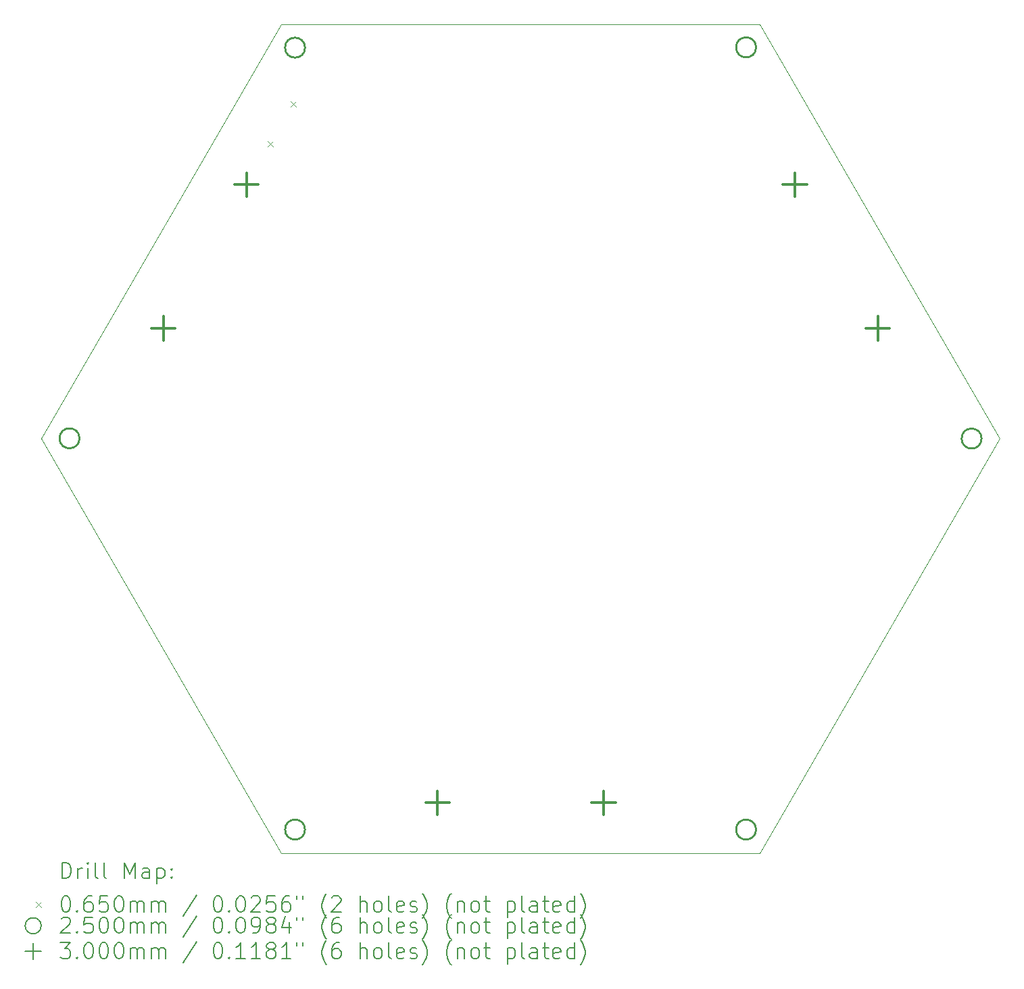
<source format=gbr>
%TF.GenerationSoftware,KiCad,Pcbnew,7.0.6*%
%TF.CreationDate,2024-05-15T12:06:38-04:00*%
%TF.ProjectId,remote_omnidirection_droid_v0.1,72656d6f-7465-45f6-9f6d-6e6964697265,rev?*%
%TF.SameCoordinates,Original*%
%TF.FileFunction,Drillmap*%
%TF.FilePolarity,Positive*%
%FSLAX45Y45*%
G04 Gerber Fmt 4.5, Leading zero omitted, Abs format (unit mm)*
G04 Created by KiCad (PCBNEW 7.0.6) date 2024-05-15 12:06:38*
%MOMM*%
%LPD*%
G01*
G04 APERTURE LIST*
%ADD10C,0.100000*%
%ADD11C,0.200000*%
%ADD12C,0.065000*%
%ADD13C,0.250000*%
%ADD14C,0.300000*%
G04 APERTURE END LIST*
D10*
X13128841Y-5748905D02*
X16128839Y-10945057D01*
X13128840Y-16141209D01*
X7128839Y-16141209D01*
X4128839Y-10945056D01*
X7128838Y-5748904D01*
X13128841Y-5748905D01*
D11*
D12*
X6960332Y-7221587D02*
X7025332Y-7286587D01*
X7025332Y-7221587D02*
X6960332Y-7286587D01*
X7249332Y-6721025D02*
X7314332Y-6786025D01*
X7314332Y-6721025D02*
X7249332Y-6786025D01*
D13*
X4603838Y-10941514D02*
G75*
G03*
X4603838Y-10941514I-125000J0D01*
G01*
X7428839Y-6045059D02*
G75*
G03*
X7428839Y-6045059I-125000J0D01*
G01*
X7428839Y-15845058D02*
G75*
G03*
X7428839Y-15845058I-125000J0D01*
G01*
X13078838Y-15845057D02*
G75*
G03*
X13078838Y-15845057I-125000J0D01*
G01*
X13078839Y-6041210D02*
G75*
G03*
X13078839Y-6041210I-125000J0D01*
G01*
X15903839Y-10943942D02*
G75*
G03*
X15903839Y-10943942I-125000J0D01*
G01*
D14*
X5654976Y-9412940D02*
X5654976Y-9712940D01*
X5504976Y-9562940D02*
X5804976Y-9562940D01*
X6694992Y-7611579D02*
X6694992Y-7911579D01*
X6544992Y-7761579D02*
X6844992Y-7761579D01*
X9088790Y-15360422D02*
X9088790Y-15660422D01*
X8938790Y-15510422D02*
X9238790Y-15510422D01*
X11168822Y-15360422D02*
X11168822Y-15660422D01*
X11018822Y-15510422D02*
X11318822Y-15510422D01*
X13563251Y-7611329D02*
X13563251Y-7911329D01*
X13413251Y-7761329D02*
X13713251Y-7761329D01*
X14603268Y-9412690D02*
X14603268Y-9712690D01*
X14453268Y-9562690D02*
X14753268Y-9562690D01*
D11*
X4384616Y-16457693D02*
X4384616Y-16257693D01*
X4384616Y-16257693D02*
X4432235Y-16257693D01*
X4432235Y-16257693D02*
X4460806Y-16267217D01*
X4460806Y-16267217D02*
X4479854Y-16286265D01*
X4479854Y-16286265D02*
X4489378Y-16305312D01*
X4489378Y-16305312D02*
X4498902Y-16343407D01*
X4498902Y-16343407D02*
X4498902Y-16371979D01*
X4498902Y-16371979D02*
X4489378Y-16410074D01*
X4489378Y-16410074D02*
X4479854Y-16429122D01*
X4479854Y-16429122D02*
X4460806Y-16448169D01*
X4460806Y-16448169D02*
X4432235Y-16457693D01*
X4432235Y-16457693D02*
X4384616Y-16457693D01*
X4584616Y-16457693D02*
X4584616Y-16324360D01*
X4584616Y-16362455D02*
X4594140Y-16343407D01*
X4594140Y-16343407D02*
X4603664Y-16333884D01*
X4603664Y-16333884D02*
X4622711Y-16324360D01*
X4622711Y-16324360D02*
X4641759Y-16324360D01*
X4708425Y-16457693D02*
X4708425Y-16324360D01*
X4708425Y-16257693D02*
X4698902Y-16267217D01*
X4698902Y-16267217D02*
X4708425Y-16276741D01*
X4708425Y-16276741D02*
X4717949Y-16267217D01*
X4717949Y-16267217D02*
X4708425Y-16257693D01*
X4708425Y-16257693D02*
X4708425Y-16276741D01*
X4832235Y-16457693D02*
X4813187Y-16448169D01*
X4813187Y-16448169D02*
X4803664Y-16429122D01*
X4803664Y-16429122D02*
X4803664Y-16257693D01*
X4936997Y-16457693D02*
X4917949Y-16448169D01*
X4917949Y-16448169D02*
X4908425Y-16429122D01*
X4908425Y-16429122D02*
X4908425Y-16257693D01*
X5165568Y-16457693D02*
X5165568Y-16257693D01*
X5165568Y-16257693D02*
X5232235Y-16400550D01*
X5232235Y-16400550D02*
X5298902Y-16257693D01*
X5298902Y-16257693D02*
X5298902Y-16457693D01*
X5479854Y-16457693D02*
X5479854Y-16352931D01*
X5479854Y-16352931D02*
X5470330Y-16333884D01*
X5470330Y-16333884D02*
X5451283Y-16324360D01*
X5451283Y-16324360D02*
X5413187Y-16324360D01*
X5413187Y-16324360D02*
X5394140Y-16333884D01*
X5479854Y-16448169D02*
X5460806Y-16457693D01*
X5460806Y-16457693D02*
X5413187Y-16457693D01*
X5413187Y-16457693D02*
X5394140Y-16448169D01*
X5394140Y-16448169D02*
X5384616Y-16429122D01*
X5384616Y-16429122D02*
X5384616Y-16410074D01*
X5384616Y-16410074D02*
X5394140Y-16391027D01*
X5394140Y-16391027D02*
X5413187Y-16381503D01*
X5413187Y-16381503D02*
X5460806Y-16381503D01*
X5460806Y-16381503D02*
X5479854Y-16371979D01*
X5575092Y-16324360D02*
X5575092Y-16524360D01*
X5575092Y-16333884D02*
X5594140Y-16324360D01*
X5594140Y-16324360D02*
X5632235Y-16324360D01*
X5632235Y-16324360D02*
X5651283Y-16333884D01*
X5651283Y-16333884D02*
X5660806Y-16343407D01*
X5660806Y-16343407D02*
X5670330Y-16362455D01*
X5670330Y-16362455D02*
X5670330Y-16419598D01*
X5670330Y-16419598D02*
X5660806Y-16438646D01*
X5660806Y-16438646D02*
X5651283Y-16448169D01*
X5651283Y-16448169D02*
X5632235Y-16457693D01*
X5632235Y-16457693D02*
X5594140Y-16457693D01*
X5594140Y-16457693D02*
X5575092Y-16448169D01*
X5756044Y-16438646D02*
X5765568Y-16448169D01*
X5765568Y-16448169D02*
X5756044Y-16457693D01*
X5756044Y-16457693D02*
X5746521Y-16448169D01*
X5746521Y-16448169D02*
X5756044Y-16438646D01*
X5756044Y-16438646D02*
X5756044Y-16457693D01*
X5756044Y-16333884D02*
X5765568Y-16343407D01*
X5765568Y-16343407D02*
X5756044Y-16352931D01*
X5756044Y-16352931D02*
X5746521Y-16343407D01*
X5746521Y-16343407D02*
X5756044Y-16333884D01*
X5756044Y-16333884D02*
X5756044Y-16352931D01*
D12*
X4058839Y-16753709D02*
X4123839Y-16818710D01*
X4123839Y-16753709D02*
X4058839Y-16818710D01*
D11*
X4422711Y-16677693D02*
X4441759Y-16677693D01*
X4441759Y-16677693D02*
X4460806Y-16687217D01*
X4460806Y-16687217D02*
X4470330Y-16696741D01*
X4470330Y-16696741D02*
X4479854Y-16715788D01*
X4479854Y-16715788D02*
X4489378Y-16753884D01*
X4489378Y-16753884D02*
X4489378Y-16801503D01*
X4489378Y-16801503D02*
X4479854Y-16839598D01*
X4479854Y-16839598D02*
X4470330Y-16858646D01*
X4470330Y-16858646D02*
X4460806Y-16868170D01*
X4460806Y-16868170D02*
X4441759Y-16877693D01*
X4441759Y-16877693D02*
X4422711Y-16877693D01*
X4422711Y-16877693D02*
X4403664Y-16868170D01*
X4403664Y-16868170D02*
X4394140Y-16858646D01*
X4394140Y-16858646D02*
X4384616Y-16839598D01*
X4384616Y-16839598D02*
X4375092Y-16801503D01*
X4375092Y-16801503D02*
X4375092Y-16753884D01*
X4375092Y-16753884D02*
X4384616Y-16715788D01*
X4384616Y-16715788D02*
X4394140Y-16696741D01*
X4394140Y-16696741D02*
X4403664Y-16687217D01*
X4403664Y-16687217D02*
X4422711Y-16677693D01*
X4575092Y-16858646D02*
X4584616Y-16868170D01*
X4584616Y-16868170D02*
X4575092Y-16877693D01*
X4575092Y-16877693D02*
X4565568Y-16868170D01*
X4565568Y-16868170D02*
X4575092Y-16858646D01*
X4575092Y-16858646D02*
X4575092Y-16877693D01*
X4756045Y-16677693D02*
X4717949Y-16677693D01*
X4717949Y-16677693D02*
X4698902Y-16687217D01*
X4698902Y-16687217D02*
X4689378Y-16696741D01*
X4689378Y-16696741D02*
X4670330Y-16725312D01*
X4670330Y-16725312D02*
X4660806Y-16763407D01*
X4660806Y-16763407D02*
X4660806Y-16839598D01*
X4660806Y-16839598D02*
X4670330Y-16858646D01*
X4670330Y-16858646D02*
X4679854Y-16868170D01*
X4679854Y-16868170D02*
X4698902Y-16877693D01*
X4698902Y-16877693D02*
X4736997Y-16877693D01*
X4736997Y-16877693D02*
X4756045Y-16868170D01*
X4756045Y-16868170D02*
X4765568Y-16858646D01*
X4765568Y-16858646D02*
X4775092Y-16839598D01*
X4775092Y-16839598D02*
X4775092Y-16791979D01*
X4775092Y-16791979D02*
X4765568Y-16772931D01*
X4765568Y-16772931D02*
X4756045Y-16763407D01*
X4756045Y-16763407D02*
X4736997Y-16753884D01*
X4736997Y-16753884D02*
X4698902Y-16753884D01*
X4698902Y-16753884D02*
X4679854Y-16763407D01*
X4679854Y-16763407D02*
X4670330Y-16772931D01*
X4670330Y-16772931D02*
X4660806Y-16791979D01*
X4956045Y-16677693D02*
X4860806Y-16677693D01*
X4860806Y-16677693D02*
X4851283Y-16772931D01*
X4851283Y-16772931D02*
X4860806Y-16763407D01*
X4860806Y-16763407D02*
X4879854Y-16753884D01*
X4879854Y-16753884D02*
X4927473Y-16753884D01*
X4927473Y-16753884D02*
X4946521Y-16763407D01*
X4946521Y-16763407D02*
X4956045Y-16772931D01*
X4956045Y-16772931D02*
X4965568Y-16791979D01*
X4965568Y-16791979D02*
X4965568Y-16839598D01*
X4965568Y-16839598D02*
X4956045Y-16858646D01*
X4956045Y-16858646D02*
X4946521Y-16868170D01*
X4946521Y-16868170D02*
X4927473Y-16877693D01*
X4927473Y-16877693D02*
X4879854Y-16877693D01*
X4879854Y-16877693D02*
X4860806Y-16868170D01*
X4860806Y-16868170D02*
X4851283Y-16858646D01*
X5089378Y-16677693D02*
X5108426Y-16677693D01*
X5108426Y-16677693D02*
X5127473Y-16687217D01*
X5127473Y-16687217D02*
X5136997Y-16696741D01*
X5136997Y-16696741D02*
X5146521Y-16715788D01*
X5146521Y-16715788D02*
X5156045Y-16753884D01*
X5156045Y-16753884D02*
X5156045Y-16801503D01*
X5156045Y-16801503D02*
X5146521Y-16839598D01*
X5146521Y-16839598D02*
X5136997Y-16858646D01*
X5136997Y-16858646D02*
X5127473Y-16868170D01*
X5127473Y-16868170D02*
X5108426Y-16877693D01*
X5108426Y-16877693D02*
X5089378Y-16877693D01*
X5089378Y-16877693D02*
X5070330Y-16868170D01*
X5070330Y-16868170D02*
X5060806Y-16858646D01*
X5060806Y-16858646D02*
X5051283Y-16839598D01*
X5051283Y-16839598D02*
X5041759Y-16801503D01*
X5041759Y-16801503D02*
X5041759Y-16753884D01*
X5041759Y-16753884D02*
X5051283Y-16715788D01*
X5051283Y-16715788D02*
X5060806Y-16696741D01*
X5060806Y-16696741D02*
X5070330Y-16687217D01*
X5070330Y-16687217D02*
X5089378Y-16677693D01*
X5241759Y-16877693D02*
X5241759Y-16744360D01*
X5241759Y-16763407D02*
X5251283Y-16753884D01*
X5251283Y-16753884D02*
X5270330Y-16744360D01*
X5270330Y-16744360D02*
X5298902Y-16744360D01*
X5298902Y-16744360D02*
X5317949Y-16753884D01*
X5317949Y-16753884D02*
X5327473Y-16772931D01*
X5327473Y-16772931D02*
X5327473Y-16877693D01*
X5327473Y-16772931D02*
X5336997Y-16753884D01*
X5336997Y-16753884D02*
X5356045Y-16744360D01*
X5356045Y-16744360D02*
X5384616Y-16744360D01*
X5384616Y-16744360D02*
X5403664Y-16753884D01*
X5403664Y-16753884D02*
X5413187Y-16772931D01*
X5413187Y-16772931D02*
X5413187Y-16877693D01*
X5508426Y-16877693D02*
X5508426Y-16744360D01*
X5508426Y-16763407D02*
X5517949Y-16753884D01*
X5517949Y-16753884D02*
X5536997Y-16744360D01*
X5536997Y-16744360D02*
X5565568Y-16744360D01*
X5565568Y-16744360D02*
X5584616Y-16753884D01*
X5584616Y-16753884D02*
X5594140Y-16772931D01*
X5594140Y-16772931D02*
X5594140Y-16877693D01*
X5594140Y-16772931D02*
X5603664Y-16753884D01*
X5603664Y-16753884D02*
X5622711Y-16744360D01*
X5622711Y-16744360D02*
X5651283Y-16744360D01*
X5651283Y-16744360D02*
X5670330Y-16753884D01*
X5670330Y-16753884D02*
X5679854Y-16772931D01*
X5679854Y-16772931D02*
X5679854Y-16877693D01*
X6070330Y-16668169D02*
X5898902Y-16925312D01*
X6327473Y-16677693D02*
X6346521Y-16677693D01*
X6346521Y-16677693D02*
X6365568Y-16687217D01*
X6365568Y-16687217D02*
X6375092Y-16696741D01*
X6375092Y-16696741D02*
X6384616Y-16715788D01*
X6384616Y-16715788D02*
X6394140Y-16753884D01*
X6394140Y-16753884D02*
X6394140Y-16801503D01*
X6394140Y-16801503D02*
X6384616Y-16839598D01*
X6384616Y-16839598D02*
X6375092Y-16858646D01*
X6375092Y-16858646D02*
X6365568Y-16868170D01*
X6365568Y-16868170D02*
X6346521Y-16877693D01*
X6346521Y-16877693D02*
X6327473Y-16877693D01*
X6327473Y-16877693D02*
X6308426Y-16868170D01*
X6308426Y-16868170D02*
X6298902Y-16858646D01*
X6298902Y-16858646D02*
X6289378Y-16839598D01*
X6289378Y-16839598D02*
X6279854Y-16801503D01*
X6279854Y-16801503D02*
X6279854Y-16753884D01*
X6279854Y-16753884D02*
X6289378Y-16715788D01*
X6289378Y-16715788D02*
X6298902Y-16696741D01*
X6298902Y-16696741D02*
X6308426Y-16687217D01*
X6308426Y-16687217D02*
X6327473Y-16677693D01*
X6479854Y-16858646D02*
X6489378Y-16868170D01*
X6489378Y-16868170D02*
X6479854Y-16877693D01*
X6479854Y-16877693D02*
X6470330Y-16868170D01*
X6470330Y-16868170D02*
X6479854Y-16858646D01*
X6479854Y-16858646D02*
X6479854Y-16877693D01*
X6613187Y-16677693D02*
X6632235Y-16677693D01*
X6632235Y-16677693D02*
X6651283Y-16687217D01*
X6651283Y-16687217D02*
X6660807Y-16696741D01*
X6660807Y-16696741D02*
X6670330Y-16715788D01*
X6670330Y-16715788D02*
X6679854Y-16753884D01*
X6679854Y-16753884D02*
X6679854Y-16801503D01*
X6679854Y-16801503D02*
X6670330Y-16839598D01*
X6670330Y-16839598D02*
X6660807Y-16858646D01*
X6660807Y-16858646D02*
X6651283Y-16868170D01*
X6651283Y-16868170D02*
X6632235Y-16877693D01*
X6632235Y-16877693D02*
X6613187Y-16877693D01*
X6613187Y-16877693D02*
X6594140Y-16868170D01*
X6594140Y-16868170D02*
X6584616Y-16858646D01*
X6584616Y-16858646D02*
X6575092Y-16839598D01*
X6575092Y-16839598D02*
X6565568Y-16801503D01*
X6565568Y-16801503D02*
X6565568Y-16753884D01*
X6565568Y-16753884D02*
X6575092Y-16715788D01*
X6575092Y-16715788D02*
X6584616Y-16696741D01*
X6584616Y-16696741D02*
X6594140Y-16687217D01*
X6594140Y-16687217D02*
X6613187Y-16677693D01*
X6756045Y-16696741D02*
X6765568Y-16687217D01*
X6765568Y-16687217D02*
X6784616Y-16677693D01*
X6784616Y-16677693D02*
X6832235Y-16677693D01*
X6832235Y-16677693D02*
X6851283Y-16687217D01*
X6851283Y-16687217D02*
X6860807Y-16696741D01*
X6860807Y-16696741D02*
X6870330Y-16715788D01*
X6870330Y-16715788D02*
X6870330Y-16734836D01*
X6870330Y-16734836D02*
X6860807Y-16763407D01*
X6860807Y-16763407D02*
X6746521Y-16877693D01*
X6746521Y-16877693D02*
X6870330Y-16877693D01*
X7051283Y-16677693D02*
X6956045Y-16677693D01*
X6956045Y-16677693D02*
X6946521Y-16772931D01*
X6946521Y-16772931D02*
X6956045Y-16763407D01*
X6956045Y-16763407D02*
X6975092Y-16753884D01*
X6975092Y-16753884D02*
X7022711Y-16753884D01*
X7022711Y-16753884D02*
X7041759Y-16763407D01*
X7041759Y-16763407D02*
X7051283Y-16772931D01*
X7051283Y-16772931D02*
X7060807Y-16791979D01*
X7060807Y-16791979D02*
X7060807Y-16839598D01*
X7060807Y-16839598D02*
X7051283Y-16858646D01*
X7051283Y-16858646D02*
X7041759Y-16868170D01*
X7041759Y-16868170D02*
X7022711Y-16877693D01*
X7022711Y-16877693D02*
X6975092Y-16877693D01*
X6975092Y-16877693D02*
X6956045Y-16868170D01*
X6956045Y-16868170D02*
X6946521Y-16858646D01*
X7232235Y-16677693D02*
X7194140Y-16677693D01*
X7194140Y-16677693D02*
X7175092Y-16687217D01*
X7175092Y-16687217D02*
X7165568Y-16696741D01*
X7165568Y-16696741D02*
X7146521Y-16725312D01*
X7146521Y-16725312D02*
X7136997Y-16763407D01*
X7136997Y-16763407D02*
X7136997Y-16839598D01*
X7136997Y-16839598D02*
X7146521Y-16858646D01*
X7146521Y-16858646D02*
X7156045Y-16868170D01*
X7156045Y-16868170D02*
X7175092Y-16877693D01*
X7175092Y-16877693D02*
X7213188Y-16877693D01*
X7213188Y-16877693D02*
X7232235Y-16868170D01*
X7232235Y-16868170D02*
X7241759Y-16858646D01*
X7241759Y-16858646D02*
X7251283Y-16839598D01*
X7251283Y-16839598D02*
X7251283Y-16791979D01*
X7251283Y-16791979D02*
X7241759Y-16772931D01*
X7241759Y-16772931D02*
X7232235Y-16763407D01*
X7232235Y-16763407D02*
X7213188Y-16753884D01*
X7213188Y-16753884D02*
X7175092Y-16753884D01*
X7175092Y-16753884D02*
X7156045Y-16763407D01*
X7156045Y-16763407D02*
X7146521Y-16772931D01*
X7146521Y-16772931D02*
X7136997Y-16791979D01*
X7327473Y-16677693D02*
X7327473Y-16715788D01*
X7403664Y-16677693D02*
X7403664Y-16715788D01*
X7698902Y-16953884D02*
X7689378Y-16944360D01*
X7689378Y-16944360D02*
X7670330Y-16915789D01*
X7670330Y-16915789D02*
X7660807Y-16896741D01*
X7660807Y-16896741D02*
X7651283Y-16868170D01*
X7651283Y-16868170D02*
X7641759Y-16820550D01*
X7641759Y-16820550D02*
X7641759Y-16782455D01*
X7641759Y-16782455D02*
X7651283Y-16734836D01*
X7651283Y-16734836D02*
X7660807Y-16706265D01*
X7660807Y-16706265D02*
X7670330Y-16687217D01*
X7670330Y-16687217D02*
X7689378Y-16658646D01*
X7689378Y-16658646D02*
X7698902Y-16649122D01*
X7765569Y-16696741D02*
X7775092Y-16687217D01*
X7775092Y-16687217D02*
X7794140Y-16677693D01*
X7794140Y-16677693D02*
X7841759Y-16677693D01*
X7841759Y-16677693D02*
X7860807Y-16687217D01*
X7860807Y-16687217D02*
X7870330Y-16696741D01*
X7870330Y-16696741D02*
X7879854Y-16715788D01*
X7879854Y-16715788D02*
X7879854Y-16734836D01*
X7879854Y-16734836D02*
X7870330Y-16763407D01*
X7870330Y-16763407D02*
X7756045Y-16877693D01*
X7756045Y-16877693D02*
X7879854Y-16877693D01*
X8117950Y-16877693D02*
X8117950Y-16677693D01*
X8203664Y-16877693D02*
X8203664Y-16772931D01*
X8203664Y-16772931D02*
X8194140Y-16753884D01*
X8194140Y-16753884D02*
X8175092Y-16744360D01*
X8175092Y-16744360D02*
X8146521Y-16744360D01*
X8146521Y-16744360D02*
X8127473Y-16753884D01*
X8127473Y-16753884D02*
X8117950Y-16763407D01*
X8327473Y-16877693D02*
X8308426Y-16868170D01*
X8308426Y-16868170D02*
X8298902Y-16858646D01*
X8298902Y-16858646D02*
X8289378Y-16839598D01*
X8289378Y-16839598D02*
X8289378Y-16782455D01*
X8289378Y-16782455D02*
X8298902Y-16763407D01*
X8298902Y-16763407D02*
X8308426Y-16753884D01*
X8308426Y-16753884D02*
X8327473Y-16744360D01*
X8327473Y-16744360D02*
X8356045Y-16744360D01*
X8356045Y-16744360D02*
X8375092Y-16753884D01*
X8375092Y-16753884D02*
X8384616Y-16763407D01*
X8384616Y-16763407D02*
X8394140Y-16782455D01*
X8394140Y-16782455D02*
X8394140Y-16839598D01*
X8394140Y-16839598D02*
X8384616Y-16858646D01*
X8384616Y-16858646D02*
X8375092Y-16868170D01*
X8375092Y-16868170D02*
X8356045Y-16877693D01*
X8356045Y-16877693D02*
X8327473Y-16877693D01*
X8508426Y-16877693D02*
X8489378Y-16868170D01*
X8489378Y-16868170D02*
X8479854Y-16849122D01*
X8479854Y-16849122D02*
X8479854Y-16677693D01*
X8660807Y-16868170D02*
X8641759Y-16877693D01*
X8641759Y-16877693D02*
X8603664Y-16877693D01*
X8603664Y-16877693D02*
X8584616Y-16868170D01*
X8584616Y-16868170D02*
X8575093Y-16849122D01*
X8575093Y-16849122D02*
X8575093Y-16772931D01*
X8575093Y-16772931D02*
X8584616Y-16753884D01*
X8584616Y-16753884D02*
X8603664Y-16744360D01*
X8603664Y-16744360D02*
X8641759Y-16744360D01*
X8641759Y-16744360D02*
X8660807Y-16753884D01*
X8660807Y-16753884D02*
X8670331Y-16772931D01*
X8670331Y-16772931D02*
X8670331Y-16791979D01*
X8670331Y-16791979D02*
X8575093Y-16811027D01*
X8746521Y-16868170D02*
X8765569Y-16877693D01*
X8765569Y-16877693D02*
X8803664Y-16877693D01*
X8803664Y-16877693D02*
X8822712Y-16868170D01*
X8822712Y-16868170D02*
X8832235Y-16849122D01*
X8832235Y-16849122D02*
X8832235Y-16839598D01*
X8832235Y-16839598D02*
X8822712Y-16820550D01*
X8822712Y-16820550D02*
X8803664Y-16811027D01*
X8803664Y-16811027D02*
X8775093Y-16811027D01*
X8775093Y-16811027D02*
X8756045Y-16801503D01*
X8756045Y-16801503D02*
X8746521Y-16782455D01*
X8746521Y-16782455D02*
X8746521Y-16772931D01*
X8746521Y-16772931D02*
X8756045Y-16753884D01*
X8756045Y-16753884D02*
X8775093Y-16744360D01*
X8775093Y-16744360D02*
X8803664Y-16744360D01*
X8803664Y-16744360D02*
X8822712Y-16753884D01*
X8898902Y-16953884D02*
X8908426Y-16944360D01*
X8908426Y-16944360D02*
X8927474Y-16915789D01*
X8927474Y-16915789D02*
X8936997Y-16896741D01*
X8936997Y-16896741D02*
X8946521Y-16868170D01*
X8946521Y-16868170D02*
X8956045Y-16820550D01*
X8956045Y-16820550D02*
X8956045Y-16782455D01*
X8956045Y-16782455D02*
X8946521Y-16734836D01*
X8946521Y-16734836D02*
X8936997Y-16706265D01*
X8936997Y-16706265D02*
X8927474Y-16687217D01*
X8927474Y-16687217D02*
X8908426Y-16658646D01*
X8908426Y-16658646D02*
X8898902Y-16649122D01*
X9260807Y-16953884D02*
X9251283Y-16944360D01*
X9251283Y-16944360D02*
X9232235Y-16915789D01*
X9232235Y-16915789D02*
X9222712Y-16896741D01*
X9222712Y-16896741D02*
X9213188Y-16868170D01*
X9213188Y-16868170D02*
X9203664Y-16820550D01*
X9203664Y-16820550D02*
X9203664Y-16782455D01*
X9203664Y-16782455D02*
X9213188Y-16734836D01*
X9213188Y-16734836D02*
X9222712Y-16706265D01*
X9222712Y-16706265D02*
X9232235Y-16687217D01*
X9232235Y-16687217D02*
X9251283Y-16658646D01*
X9251283Y-16658646D02*
X9260807Y-16649122D01*
X9336997Y-16744360D02*
X9336997Y-16877693D01*
X9336997Y-16763407D02*
X9346521Y-16753884D01*
X9346521Y-16753884D02*
X9365569Y-16744360D01*
X9365569Y-16744360D02*
X9394140Y-16744360D01*
X9394140Y-16744360D02*
X9413188Y-16753884D01*
X9413188Y-16753884D02*
X9422712Y-16772931D01*
X9422712Y-16772931D02*
X9422712Y-16877693D01*
X9546521Y-16877693D02*
X9527474Y-16868170D01*
X9527474Y-16868170D02*
X9517950Y-16858646D01*
X9517950Y-16858646D02*
X9508426Y-16839598D01*
X9508426Y-16839598D02*
X9508426Y-16782455D01*
X9508426Y-16782455D02*
X9517950Y-16763407D01*
X9517950Y-16763407D02*
X9527474Y-16753884D01*
X9527474Y-16753884D02*
X9546521Y-16744360D01*
X9546521Y-16744360D02*
X9575093Y-16744360D01*
X9575093Y-16744360D02*
X9594140Y-16753884D01*
X9594140Y-16753884D02*
X9603664Y-16763407D01*
X9603664Y-16763407D02*
X9613188Y-16782455D01*
X9613188Y-16782455D02*
X9613188Y-16839598D01*
X9613188Y-16839598D02*
X9603664Y-16858646D01*
X9603664Y-16858646D02*
X9594140Y-16868170D01*
X9594140Y-16868170D02*
X9575093Y-16877693D01*
X9575093Y-16877693D02*
X9546521Y-16877693D01*
X9670331Y-16744360D02*
X9746521Y-16744360D01*
X9698902Y-16677693D02*
X9698902Y-16849122D01*
X9698902Y-16849122D02*
X9708426Y-16868170D01*
X9708426Y-16868170D02*
X9727474Y-16877693D01*
X9727474Y-16877693D02*
X9746521Y-16877693D01*
X9965569Y-16744360D02*
X9965569Y-16944360D01*
X9965569Y-16753884D02*
X9984616Y-16744360D01*
X9984616Y-16744360D02*
X10022712Y-16744360D01*
X10022712Y-16744360D02*
X10041759Y-16753884D01*
X10041759Y-16753884D02*
X10051283Y-16763407D01*
X10051283Y-16763407D02*
X10060807Y-16782455D01*
X10060807Y-16782455D02*
X10060807Y-16839598D01*
X10060807Y-16839598D02*
X10051283Y-16858646D01*
X10051283Y-16858646D02*
X10041759Y-16868170D01*
X10041759Y-16868170D02*
X10022712Y-16877693D01*
X10022712Y-16877693D02*
X9984616Y-16877693D01*
X9984616Y-16877693D02*
X9965569Y-16868170D01*
X10175093Y-16877693D02*
X10156045Y-16868170D01*
X10156045Y-16868170D02*
X10146521Y-16849122D01*
X10146521Y-16849122D02*
X10146521Y-16677693D01*
X10336997Y-16877693D02*
X10336997Y-16772931D01*
X10336997Y-16772931D02*
X10327474Y-16753884D01*
X10327474Y-16753884D02*
X10308426Y-16744360D01*
X10308426Y-16744360D02*
X10270331Y-16744360D01*
X10270331Y-16744360D02*
X10251283Y-16753884D01*
X10336997Y-16868170D02*
X10317950Y-16877693D01*
X10317950Y-16877693D02*
X10270331Y-16877693D01*
X10270331Y-16877693D02*
X10251283Y-16868170D01*
X10251283Y-16868170D02*
X10241759Y-16849122D01*
X10241759Y-16849122D02*
X10241759Y-16830074D01*
X10241759Y-16830074D02*
X10251283Y-16811027D01*
X10251283Y-16811027D02*
X10270331Y-16801503D01*
X10270331Y-16801503D02*
X10317950Y-16801503D01*
X10317950Y-16801503D02*
X10336997Y-16791979D01*
X10403664Y-16744360D02*
X10479855Y-16744360D01*
X10432236Y-16677693D02*
X10432236Y-16849122D01*
X10432236Y-16849122D02*
X10441759Y-16868170D01*
X10441759Y-16868170D02*
X10460807Y-16877693D01*
X10460807Y-16877693D02*
X10479855Y-16877693D01*
X10622712Y-16868170D02*
X10603664Y-16877693D01*
X10603664Y-16877693D02*
X10565569Y-16877693D01*
X10565569Y-16877693D02*
X10546521Y-16868170D01*
X10546521Y-16868170D02*
X10536997Y-16849122D01*
X10536997Y-16849122D02*
X10536997Y-16772931D01*
X10536997Y-16772931D02*
X10546521Y-16753884D01*
X10546521Y-16753884D02*
X10565569Y-16744360D01*
X10565569Y-16744360D02*
X10603664Y-16744360D01*
X10603664Y-16744360D02*
X10622712Y-16753884D01*
X10622712Y-16753884D02*
X10632236Y-16772931D01*
X10632236Y-16772931D02*
X10632236Y-16791979D01*
X10632236Y-16791979D02*
X10536997Y-16811027D01*
X10803664Y-16877693D02*
X10803664Y-16677693D01*
X10803664Y-16868170D02*
X10784617Y-16877693D01*
X10784617Y-16877693D02*
X10746521Y-16877693D01*
X10746521Y-16877693D02*
X10727474Y-16868170D01*
X10727474Y-16868170D02*
X10717950Y-16858646D01*
X10717950Y-16858646D02*
X10708426Y-16839598D01*
X10708426Y-16839598D02*
X10708426Y-16782455D01*
X10708426Y-16782455D02*
X10717950Y-16763407D01*
X10717950Y-16763407D02*
X10727474Y-16753884D01*
X10727474Y-16753884D02*
X10746521Y-16744360D01*
X10746521Y-16744360D02*
X10784617Y-16744360D01*
X10784617Y-16744360D02*
X10803664Y-16753884D01*
X10879855Y-16953884D02*
X10889378Y-16944360D01*
X10889378Y-16944360D02*
X10908426Y-16915789D01*
X10908426Y-16915789D02*
X10917950Y-16896741D01*
X10917950Y-16896741D02*
X10927474Y-16868170D01*
X10927474Y-16868170D02*
X10936997Y-16820550D01*
X10936997Y-16820550D02*
X10936997Y-16782455D01*
X10936997Y-16782455D02*
X10927474Y-16734836D01*
X10927474Y-16734836D02*
X10917950Y-16706265D01*
X10917950Y-16706265D02*
X10908426Y-16687217D01*
X10908426Y-16687217D02*
X10889378Y-16658646D01*
X10889378Y-16658646D02*
X10879855Y-16649122D01*
X4123839Y-17050210D02*
G75*
G03*
X4123839Y-17050210I-100000J0D01*
G01*
X4375092Y-16960741D02*
X4384616Y-16951217D01*
X4384616Y-16951217D02*
X4403664Y-16941693D01*
X4403664Y-16941693D02*
X4451283Y-16941693D01*
X4451283Y-16941693D02*
X4470330Y-16951217D01*
X4470330Y-16951217D02*
X4479854Y-16960741D01*
X4479854Y-16960741D02*
X4489378Y-16979789D01*
X4489378Y-16979789D02*
X4489378Y-16998836D01*
X4489378Y-16998836D02*
X4479854Y-17027408D01*
X4479854Y-17027408D02*
X4365568Y-17141693D01*
X4365568Y-17141693D02*
X4489378Y-17141693D01*
X4575092Y-17122646D02*
X4584616Y-17132170D01*
X4584616Y-17132170D02*
X4575092Y-17141693D01*
X4575092Y-17141693D02*
X4565568Y-17132170D01*
X4565568Y-17132170D02*
X4575092Y-17122646D01*
X4575092Y-17122646D02*
X4575092Y-17141693D01*
X4765568Y-16941693D02*
X4670330Y-16941693D01*
X4670330Y-16941693D02*
X4660806Y-17036931D01*
X4660806Y-17036931D02*
X4670330Y-17027408D01*
X4670330Y-17027408D02*
X4689378Y-17017884D01*
X4689378Y-17017884D02*
X4736997Y-17017884D01*
X4736997Y-17017884D02*
X4756045Y-17027408D01*
X4756045Y-17027408D02*
X4765568Y-17036931D01*
X4765568Y-17036931D02*
X4775092Y-17055979D01*
X4775092Y-17055979D02*
X4775092Y-17103598D01*
X4775092Y-17103598D02*
X4765568Y-17122646D01*
X4765568Y-17122646D02*
X4756045Y-17132170D01*
X4756045Y-17132170D02*
X4736997Y-17141693D01*
X4736997Y-17141693D02*
X4689378Y-17141693D01*
X4689378Y-17141693D02*
X4670330Y-17132170D01*
X4670330Y-17132170D02*
X4660806Y-17122646D01*
X4898902Y-16941693D02*
X4917949Y-16941693D01*
X4917949Y-16941693D02*
X4936997Y-16951217D01*
X4936997Y-16951217D02*
X4946521Y-16960741D01*
X4946521Y-16960741D02*
X4956045Y-16979789D01*
X4956045Y-16979789D02*
X4965568Y-17017884D01*
X4965568Y-17017884D02*
X4965568Y-17065503D01*
X4965568Y-17065503D02*
X4956045Y-17103598D01*
X4956045Y-17103598D02*
X4946521Y-17122646D01*
X4946521Y-17122646D02*
X4936997Y-17132170D01*
X4936997Y-17132170D02*
X4917949Y-17141693D01*
X4917949Y-17141693D02*
X4898902Y-17141693D01*
X4898902Y-17141693D02*
X4879854Y-17132170D01*
X4879854Y-17132170D02*
X4870330Y-17122646D01*
X4870330Y-17122646D02*
X4860806Y-17103598D01*
X4860806Y-17103598D02*
X4851283Y-17065503D01*
X4851283Y-17065503D02*
X4851283Y-17017884D01*
X4851283Y-17017884D02*
X4860806Y-16979789D01*
X4860806Y-16979789D02*
X4870330Y-16960741D01*
X4870330Y-16960741D02*
X4879854Y-16951217D01*
X4879854Y-16951217D02*
X4898902Y-16941693D01*
X5089378Y-16941693D02*
X5108426Y-16941693D01*
X5108426Y-16941693D02*
X5127473Y-16951217D01*
X5127473Y-16951217D02*
X5136997Y-16960741D01*
X5136997Y-16960741D02*
X5146521Y-16979789D01*
X5146521Y-16979789D02*
X5156045Y-17017884D01*
X5156045Y-17017884D02*
X5156045Y-17065503D01*
X5156045Y-17065503D02*
X5146521Y-17103598D01*
X5146521Y-17103598D02*
X5136997Y-17122646D01*
X5136997Y-17122646D02*
X5127473Y-17132170D01*
X5127473Y-17132170D02*
X5108426Y-17141693D01*
X5108426Y-17141693D02*
X5089378Y-17141693D01*
X5089378Y-17141693D02*
X5070330Y-17132170D01*
X5070330Y-17132170D02*
X5060806Y-17122646D01*
X5060806Y-17122646D02*
X5051283Y-17103598D01*
X5051283Y-17103598D02*
X5041759Y-17065503D01*
X5041759Y-17065503D02*
X5041759Y-17017884D01*
X5041759Y-17017884D02*
X5051283Y-16979789D01*
X5051283Y-16979789D02*
X5060806Y-16960741D01*
X5060806Y-16960741D02*
X5070330Y-16951217D01*
X5070330Y-16951217D02*
X5089378Y-16941693D01*
X5241759Y-17141693D02*
X5241759Y-17008360D01*
X5241759Y-17027408D02*
X5251283Y-17017884D01*
X5251283Y-17017884D02*
X5270330Y-17008360D01*
X5270330Y-17008360D02*
X5298902Y-17008360D01*
X5298902Y-17008360D02*
X5317949Y-17017884D01*
X5317949Y-17017884D02*
X5327473Y-17036931D01*
X5327473Y-17036931D02*
X5327473Y-17141693D01*
X5327473Y-17036931D02*
X5336997Y-17017884D01*
X5336997Y-17017884D02*
X5356045Y-17008360D01*
X5356045Y-17008360D02*
X5384616Y-17008360D01*
X5384616Y-17008360D02*
X5403664Y-17017884D01*
X5403664Y-17017884D02*
X5413187Y-17036931D01*
X5413187Y-17036931D02*
X5413187Y-17141693D01*
X5508426Y-17141693D02*
X5508426Y-17008360D01*
X5508426Y-17027408D02*
X5517949Y-17017884D01*
X5517949Y-17017884D02*
X5536997Y-17008360D01*
X5536997Y-17008360D02*
X5565568Y-17008360D01*
X5565568Y-17008360D02*
X5584616Y-17017884D01*
X5584616Y-17017884D02*
X5594140Y-17036931D01*
X5594140Y-17036931D02*
X5594140Y-17141693D01*
X5594140Y-17036931D02*
X5603664Y-17017884D01*
X5603664Y-17017884D02*
X5622711Y-17008360D01*
X5622711Y-17008360D02*
X5651283Y-17008360D01*
X5651283Y-17008360D02*
X5670330Y-17017884D01*
X5670330Y-17017884D02*
X5679854Y-17036931D01*
X5679854Y-17036931D02*
X5679854Y-17141693D01*
X6070330Y-16932170D02*
X5898902Y-17189312D01*
X6327473Y-16941693D02*
X6346521Y-16941693D01*
X6346521Y-16941693D02*
X6365568Y-16951217D01*
X6365568Y-16951217D02*
X6375092Y-16960741D01*
X6375092Y-16960741D02*
X6384616Y-16979789D01*
X6384616Y-16979789D02*
X6394140Y-17017884D01*
X6394140Y-17017884D02*
X6394140Y-17065503D01*
X6394140Y-17065503D02*
X6384616Y-17103598D01*
X6384616Y-17103598D02*
X6375092Y-17122646D01*
X6375092Y-17122646D02*
X6365568Y-17132170D01*
X6365568Y-17132170D02*
X6346521Y-17141693D01*
X6346521Y-17141693D02*
X6327473Y-17141693D01*
X6327473Y-17141693D02*
X6308426Y-17132170D01*
X6308426Y-17132170D02*
X6298902Y-17122646D01*
X6298902Y-17122646D02*
X6289378Y-17103598D01*
X6289378Y-17103598D02*
X6279854Y-17065503D01*
X6279854Y-17065503D02*
X6279854Y-17017884D01*
X6279854Y-17017884D02*
X6289378Y-16979789D01*
X6289378Y-16979789D02*
X6298902Y-16960741D01*
X6298902Y-16960741D02*
X6308426Y-16951217D01*
X6308426Y-16951217D02*
X6327473Y-16941693D01*
X6479854Y-17122646D02*
X6489378Y-17132170D01*
X6489378Y-17132170D02*
X6479854Y-17141693D01*
X6479854Y-17141693D02*
X6470330Y-17132170D01*
X6470330Y-17132170D02*
X6479854Y-17122646D01*
X6479854Y-17122646D02*
X6479854Y-17141693D01*
X6613187Y-16941693D02*
X6632235Y-16941693D01*
X6632235Y-16941693D02*
X6651283Y-16951217D01*
X6651283Y-16951217D02*
X6660807Y-16960741D01*
X6660807Y-16960741D02*
X6670330Y-16979789D01*
X6670330Y-16979789D02*
X6679854Y-17017884D01*
X6679854Y-17017884D02*
X6679854Y-17065503D01*
X6679854Y-17065503D02*
X6670330Y-17103598D01*
X6670330Y-17103598D02*
X6660807Y-17122646D01*
X6660807Y-17122646D02*
X6651283Y-17132170D01*
X6651283Y-17132170D02*
X6632235Y-17141693D01*
X6632235Y-17141693D02*
X6613187Y-17141693D01*
X6613187Y-17141693D02*
X6594140Y-17132170D01*
X6594140Y-17132170D02*
X6584616Y-17122646D01*
X6584616Y-17122646D02*
X6575092Y-17103598D01*
X6575092Y-17103598D02*
X6565568Y-17065503D01*
X6565568Y-17065503D02*
X6565568Y-17017884D01*
X6565568Y-17017884D02*
X6575092Y-16979789D01*
X6575092Y-16979789D02*
X6584616Y-16960741D01*
X6584616Y-16960741D02*
X6594140Y-16951217D01*
X6594140Y-16951217D02*
X6613187Y-16941693D01*
X6775092Y-17141693D02*
X6813187Y-17141693D01*
X6813187Y-17141693D02*
X6832235Y-17132170D01*
X6832235Y-17132170D02*
X6841759Y-17122646D01*
X6841759Y-17122646D02*
X6860807Y-17094074D01*
X6860807Y-17094074D02*
X6870330Y-17055979D01*
X6870330Y-17055979D02*
X6870330Y-16979789D01*
X6870330Y-16979789D02*
X6860807Y-16960741D01*
X6860807Y-16960741D02*
X6851283Y-16951217D01*
X6851283Y-16951217D02*
X6832235Y-16941693D01*
X6832235Y-16941693D02*
X6794140Y-16941693D01*
X6794140Y-16941693D02*
X6775092Y-16951217D01*
X6775092Y-16951217D02*
X6765568Y-16960741D01*
X6765568Y-16960741D02*
X6756045Y-16979789D01*
X6756045Y-16979789D02*
X6756045Y-17027408D01*
X6756045Y-17027408D02*
X6765568Y-17046455D01*
X6765568Y-17046455D02*
X6775092Y-17055979D01*
X6775092Y-17055979D02*
X6794140Y-17065503D01*
X6794140Y-17065503D02*
X6832235Y-17065503D01*
X6832235Y-17065503D02*
X6851283Y-17055979D01*
X6851283Y-17055979D02*
X6860807Y-17046455D01*
X6860807Y-17046455D02*
X6870330Y-17027408D01*
X6984616Y-17027408D02*
X6965568Y-17017884D01*
X6965568Y-17017884D02*
X6956045Y-17008360D01*
X6956045Y-17008360D02*
X6946521Y-16989312D01*
X6946521Y-16989312D02*
X6946521Y-16979789D01*
X6946521Y-16979789D02*
X6956045Y-16960741D01*
X6956045Y-16960741D02*
X6965568Y-16951217D01*
X6965568Y-16951217D02*
X6984616Y-16941693D01*
X6984616Y-16941693D02*
X7022711Y-16941693D01*
X7022711Y-16941693D02*
X7041759Y-16951217D01*
X7041759Y-16951217D02*
X7051283Y-16960741D01*
X7051283Y-16960741D02*
X7060807Y-16979789D01*
X7060807Y-16979789D02*
X7060807Y-16989312D01*
X7060807Y-16989312D02*
X7051283Y-17008360D01*
X7051283Y-17008360D02*
X7041759Y-17017884D01*
X7041759Y-17017884D02*
X7022711Y-17027408D01*
X7022711Y-17027408D02*
X6984616Y-17027408D01*
X6984616Y-17027408D02*
X6965568Y-17036931D01*
X6965568Y-17036931D02*
X6956045Y-17046455D01*
X6956045Y-17046455D02*
X6946521Y-17065503D01*
X6946521Y-17065503D02*
X6946521Y-17103598D01*
X6946521Y-17103598D02*
X6956045Y-17122646D01*
X6956045Y-17122646D02*
X6965568Y-17132170D01*
X6965568Y-17132170D02*
X6984616Y-17141693D01*
X6984616Y-17141693D02*
X7022711Y-17141693D01*
X7022711Y-17141693D02*
X7041759Y-17132170D01*
X7041759Y-17132170D02*
X7051283Y-17122646D01*
X7051283Y-17122646D02*
X7060807Y-17103598D01*
X7060807Y-17103598D02*
X7060807Y-17065503D01*
X7060807Y-17065503D02*
X7051283Y-17046455D01*
X7051283Y-17046455D02*
X7041759Y-17036931D01*
X7041759Y-17036931D02*
X7022711Y-17027408D01*
X7232235Y-17008360D02*
X7232235Y-17141693D01*
X7184616Y-16932170D02*
X7136997Y-17075027D01*
X7136997Y-17075027D02*
X7260807Y-17075027D01*
X7327473Y-16941693D02*
X7327473Y-16979789D01*
X7403664Y-16941693D02*
X7403664Y-16979789D01*
X7698902Y-17217884D02*
X7689378Y-17208360D01*
X7689378Y-17208360D02*
X7670330Y-17179789D01*
X7670330Y-17179789D02*
X7660807Y-17160741D01*
X7660807Y-17160741D02*
X7651283Y-17132170D01*
X7651283Y-17132170D02*
X7641759Y-17084550D01*
X7641759Y-17084550D02*
X7641759Y-17046455D01*
X7641759Y-17046455D02*
X7651283Y-16998836D01*
X7651283Y-16998836D02*
X7660807Y-16970265D01*
X7660807Y-16970265D02*
X7670330Y-16951217D01*
X7670330Y-16951217D02*
X7689378Y-16922646D01*
X7689378Y-16922646D02*
X7698902Y-16913122D01*
X7860807Y-16941693D02*
X7822711Y-16941693D01*
X7822711Y-16941693D02*
X7803664Y-16951217D01*
X7803664Y-16951217D02*
X7794140Y-16960741D01*
X7794140Y-16960741D02*
X7775092Y-16989312D01*
X7775092Y-16989312D02*
X7765569Y-17027408D01*
X7765569Y-17027408D02*
X7765569Y-17103598D01*
X7765569Y-17103598D02*
X7775092Y-17122646D01*
X7775092Y-17122646D02*
X7784616Y-17132170D01*
X7784616Y-17132170D02*
X7803664Y-17141693D01*
X7803664Y-17141693D02*
X7841759Y-17141693D01*
X7841759Y-17141693D02*
X7860807Y-17132170D01*
X7860807Y-17132170D02*
X7870330Y-17122646D01*
X7870330Y-17122646D02*
X7879854Y-17103598D01*
X7879854Y-17103598D02*
X7879854Y-17055979D01*
X7879854Y-17055979D02*
X7870330Y-17036931D01*
X7870330Y-17036931D02*
X7860807Y-17027408D01*
X7860807Y-17027408D02*
X7841759Y-17017884D01*
X7841759Y-17017884D02*
X7803664Y-17017884D01*
X7803664Y-17017884D02*
X7784616Y-17027408D01*
X7784616Y-17027408D02*
X7775092Y-17036931D01*
X7775092Y-17036931D02*
X7765569Y-17055979D01*
X8117950Y-17141693D02*
X8117950Y-16941693D01*
X8203664Y-17141693D02*
X8203664Y-17036931D01*
X8203664Y-17036931D02*
X8194140Y-17017884D01*
X8194140Y-17017884D02*
X8175092Y-17008360D01*
X8175092Y-17008360D02*
X8146521Y-17008360D01*
X8146521Y-17008360D02*
X8127473Y-17017884D01*
X8127473Y-17017884D02*
X8117950Y-17027408D01*
X8327473Y-17141693D02*
X8308426Y-17132170D01*
X8308426Y-17132170D02*
X8298902Y-17122646D01*
X8298902Y-17122646D02*
X8289378Y-17103598D01*
X8289378Y-17103598D02*
X8289378Y-17046455D01*
X8289378Y-17046455D02*
X8298902Y-17027408D01*
X8298902Y-17027408D02*
X8308426Y-17017884D01*
X8308426Y-17017884D02*
X8327473Y-17008360D01*
X8327473Y-17008360D02*
X8356045Y-17008360D01*
X8356045Y-17008360D02*
X8375092Y-17017884D01*
X8375092Y-17017884D02*
X8384616Y-17027408D01*
X8384616Y-17027408D02*
X8394140Y-17046455D01*
X8394140Y-17046455D02*
X8394140Y-17103598D01*
X8394140Y-17103598D02*
X8384616Y-17122646D01*
X8384616Y-17122646D02*
X8375092Y-17132170D01*
X8375092Y-17132170D02*
X8356045Y-17141693D01*
X8356045Y-17141693D02*
X8327473Y-17141693D01*
X8508426Y-17141693D02*
X8489378Y-17132170D01*
X8489378Y-17132170D02*
X8479854Y-17113122D01*
X8479854Y-17113122D02*
X8479854Y-16941693D01*
X8660807Y-17132170D02*
X8641759Y-17141693D01*
X8641759Y-17141693D02*
X8603664Y-17141693D01*
X8603664Y-17141693D02*
X8584616Y-17132170D01*
X8584616Y-17132170D02*
X8575093Y-17113122D01*
X8575093Y-17113122D02*
X8575093Y-17036931D01*
X8575093Y-17036931D02*
X8584616Y-17017884D01*
X8584616Y-17017884D02*
X8603664Y-17008360D01*
X8603664Y-17008360D02*
X8641759Y-17008360D01*
X8641759Y-17008360D02*
X8660807Y-17017884D01*
X8660807Y-17017884D02*
X8670331Y-17036931D01*
X8670331Y-17036931D02*
X8670331Y-17055979D01*
X8670331Y-17055979D02*
X8575093Y-17075027D01*
X8746521Y-17132170D02*
X8765569Y-17141693D01*
X8765569Y-17141693D02*
X8803664Y-17141693D01*
X8803664Y-17141693D02*
X8822712Y-17132170D01*
X8822712Y-17132170D02*
X8832235Y-17113122D01*
X8832235Y-17113122D02*
X8832235Y-17103598D01*
X8832235Y-17103598D02*
X8822712Y-17084550D01*
X8822712Y-17084550D02*
X8803664Y-17075027D01*
X8803664Y-17075027D02*
X8775093Y-17075027D01*
X8775093Y-17075027D02*
X8756045Y-17065503D01*
X8756045Y-17065503D02*
X8746521Y-17046455D01*
X8746521Y-17046455D02*
X8746521Y-17036931D01*
X8746521Y-17036931D02*
X8756045Y-17017884D01*
X8756045Y-17017884D02*
X8775093Y-17008360D01*
X8775093Y-17008360D02*
X8803664Y-17008360D01*
X8803664Y-17008360D02*
X8822712Y-17017884D01*
X8898902Y-17217884D02*
X8908426Y-17208360D01*
X8908426Y-17208360D02*
X8927474Y-17179789D01*
X8927474Y-17179789D02*
X8936997Y-17160741D01*
X8936997Y-17160741D02*
X8946521Y-17132170D01*
X8946521Y-17132170D02*
X8956045Y-17084550D01*
X8956045Y-17084550D02*
X8956045Y-17046455D01*
X8956045Y-17046455D02*
X8946521Y-16998836D01*
X8946521Y-16998836D02*
X8936997Y-16970265D01*
X8936997Y-16970265D02*
X8927474Y-16951217D01*
X8927474Y-16951217D02*
X8908426Y-16922646D01*
X8908426Y-16922646D02*
X8898902Y-16913122D01*
X9260807Y-17217884D02*
X9251283Y-17208360D01*
X9251283Y-17208360D02*
X9232235Y-17179789D01*
X9232235Y-17179789D02*
X9222712Y-17160741D01*
X9222712Y-17160741D02*
X9213188Y-17132170D01*
X9213188Y-17132170D02*
X9203664Y-17084550D01*
X9203664Y-17084550D02*
X9203664Y-17046455D01*
X9203664Y-17046455D02*
X9213188Y-16998836D01*
X9213188Y-16998836D02*
X9222712Y-16970265D01*
X9222712Y-16970265D02*
X9232235Y-16951217D01*
X9232235Y-16951217D02*
X9251283Y-16922646D01*
X9251283Y-16922646D02*
X9260807Y-16913122D01*
X9336997Y-17008360D02*
X9336997Y-17141693D01*
X9336997Y-17027408D02*
X9346521Y-17017884D01*
X9346521Y-17017884D02*
X9365569Y-17008360D01*
X9365569Y-17008360D02*
X9394140Y-17008360D01*
X9394140Y-17008360D02*
X9413188Y-17017884D01*
X9413188Y-17017884D02*
X9422712Y-17036931D01*
X9422712Y-17036931D02*
X9422712Y-17141693D01*
X9546521Y-17141693D02*
X9527474Y-17132170D01*
X9527474Y-17132170D02*
X9517950Y-17122646D01*
X9517950Y-17122646D02*
X9508426Y-17103598D01*
X9508426Y-17103598D02*
X9508426Y-17046455D01*
X9508426Y-17046455D02*
X9517950Y-17027408D01*
X9517950Y-17027408D02*
X9527474Y-17017884D01*
X9527474Y-17017884D02*
X9546521Y-17008360D01*
X9546521Y-17008360D02*
X9575093Y-17008360D01*
X9575093Y-17008360D02*
X9594140Y-17017884D01*
X9594140Y-17017884D02*
X9603664Y-17027408D01*
X9603664Y-17027408D02*
X9613188Y-17046455D01*
X9613188Y-17046455D02*
X9613188Y-17103598D01*
X9613188Y-17103598D02*
X9603664Y-17122646D01*
X9603664Y-17122646D02*
X9594140Y-17132170D01*
X9594140Y-17132170D02*
X9575093Y-17141693D01*
X9575093Y-17141693D02*
X9546521Y-17141693D01*
X9670331Y-17008360D02*
X9746521Y-17008360D01*
X9698902Y-16941693D02*
X9698902Y-17113122D01*
X9698902Y-17113122D02*
X9708426Y-17132170D01*
X9708426Y-17132170D02*
X9727474Y-17141693D01*
X9727474Y-17141693D02*
X9746521Y-17141693D01*
X9965569Y-17008360D02*
X9965569Y-17208360D01*
X9965569Y-17017884D02*
X9984616Y-17008360D01*
X9984616Y-17008360D02*
X10022712Y-17008360D01*
X10022712Y-17008360D02*
X10041759Y-17017884D01*
X10041759Y-17017884D02*
X10051283Y-17027408D01*
X10051283Y-17027408D02*
X10060807Y-17046455D01*
X10060807Y-17046455D02*
X10060807Y-17103598D01*
X10060807Y-17103598D02*
X10051283Y-17122646D01*
X10051283Y-17122646D02*
X10041759Y-17132170D01*
X10041759Y-17132170D02*
X10022712Y-17141693D01*
X10022712Y-17141693D02*
X9984616Y-17141693D01*
X9984616Y-17141693D02*
X9965569Y-17132170D01*
X10175093Y-17141693D02*
X10156045Y-17132170D01*
X10156045Y-17132170D02*
X10146521Y-17113122D01*
X10146521Y-17113122D02*
X10146521Y-16941693D01*
X10336997Y-17141693D02*
X10336997Y-17036931D01*
X10336997Y-17036931D02*
X10327474Y-17017884D01*
X10327474Y-17017884D02*
X10308426Y-17008360D01*
X10308426Y-17008360D02*
X10270331Y-17008360D01*
X10270331Y-17008360D02*
X10251283Y-17017884D01*
X10336997Y-17132170D02*
X10317950Y-17141693D01*
X10317950Y-17141693D02*
X10270331Y-17141693D01*
X10270331Y-17141693D02*
X10251283Y-17132170D01*
X10251283Y-17132170D02*
X10241759Y-17113122D01*
X10241759Y-17113122D02*
X10241759Y-17094074D01*
X10241759Y-17094074D02*
X10251283Y-17075027D01*
X10251283Y-17075027D02*
X10270331Y-17065503D01*
X10270331Y-17065503D02*
X10317950Y-17065503D01*
X10317950Y-17065503D02*
X10336997Y-17055979D01*
X10403664Y-17008360D02*
X10479855Y-17008360D01*
X10432236Y-16941693D02*
X10432236Y-17113122D01*
X10432236Y-17113122D02*
X10441759Y-17132170D01*
X10441759Y-17132170D02*
X10460807Y-17141693D01*
X10460807Y-17141693D02*
X10479855Y-17141693D01*
X10622712Y-17132170D02*
X10603664Y-17141693D01*
X10603664Y-17141693D02*
X10565569Y-17141693D01*
X10565569Y-17141693D02*
X10546521Y-17132170D01*
X10546521Y-17132170D02*
X10536997Y-17113122D01*
X10536997Y-17113122D02*
X10536997Y-17036931D01*
X10536997Y-17036931D02*
X10546521Y-17017884D01*
X10546521Y-17017884D02*
X10565569Y-17008360D01*
X10565569Y-17008360D02*
X10603664Y-17008360D01*
X10603664Y-17008360D02*
X10622712Y-17017884D01*
X10622712Y-17017884D02*
X10632236Y-17036931D01*
X10632236Y-17036931D02*
X10632236Y-17055979D01*
X10632236Y-17055979D02*
X10536997Y-17075027D01*
X10803664Y-17141693D02*
X10803664Y-16941693D01*
X10803664Y-17132170D02*
X10784617Y-17141693D01*
X10784617Y-17141693D02*
X10746521Y-17141693D01*
X10746521Y-17141693D02*
X10727474Y-17132170D01*
X10727474Y-17132170D02*
X10717950Y-17122646D01*
X10717950Y-17122646D02*
X10708426Y-17103598D01*
X10708426Y-17103598D02*
X10708426Y-17046455D01*
X10708426Y-17046455D02*
X10717950Y-17027408D01*
X10717950Y-17027408D02*
X10727474Y-17017884D01*
X10727474Y-17017884D02*
X10746521Y-17008360D01*
X10746521Y-17008360D02*
X10784617Y-17008360D01*
X10784617Y-17008360D02*
X10803664Y-17017884D01*
X10879855Y-17217884D02*
X10889378Y-17208360D01*
X10889378Y-17208360D02*
X10908426Y-17179789D01*
X10908426Y-17179789D02*
X10917950Y-17160741D01*
X10917950Y-17160741D02*
X10927474Y-17132170D01*
X10927474Y-17132170D02*
X10936997Y-17084550D01*
X10936997Y-17084550D02*
X10936997Y-17046455D01*
X10936997Y-17046455D02*
X10927474Y-16998836D01*
X10927474Y-16998836D02*
X10917950Y-16970265D01*
X10917950Y-16970265D02*
X10908426Y-16951217D01*
X10908426Y-16951217D02*
X10889378Y-16922646D01*
X10889378Y-16922646D02*
X10879855Y-16913122D01*
X4023839Y-17270210D02*
X4023839Y-17470210D01*
X3923839Y-17370210D02*
X4123839Y-17370210D01*
X4365568Y-17261693D02*
X4489378Y-17261693D01*
X4489378Y-17261693D02*
X4422711Y-17337884D01*
X4422711Y-17337884D02*
X4451283Y-17337884D01*
X4451283Y-17337884D02*
X4470330Y-17347408D01*
X4470330Y-17347408D02*
X4479854Y-17356931D01*
X4479854Y-17356931D02*
X4489378Y-17375979D01*
X4489378Y-17375979D02*
X4489378Y-17423598D01*
X4489378Y-17423598D02*
X4479854Y-17442646D01*
X4479854Y-17442646D02*
X4470330Y-17452170D01*
X4470330Y-17452170D02*
X4451283Y-17461693D01*
X4451283Y-17461693D02*
X4394140Y-17461693D01*
X4394140Y-17461693D02*
X4375092Y-17452170D01*
X4375092Y-17452170D02*
X4365568Y-17442646D01*
X4575092Y-17442646D02*
X4584616Y-17452170D01*
X4584616Y-17452170D02*
X4575092Y-17461693D01*
X4575092Y-17461693D02*
X4565568Y-17452170D01*
X4565568Y-17452170D02*
X4575092Y-17442646D01*
X4575092Y-17442646D02*
X4575092Y-17461693D01*
X4708425Y-17261693D02*
X4727473Y-17261693D01*
X4727473Y-17261693D02*
X4746521Y-17271217D01*
X4746521Y-17271217D02*
X4756045Y-17280741D01*
X4756045Y-17280741D02*
X4765568Y-17299789D01*
X4765568Y-17299789D02*
X4775092Y-17337884D01*
X4775092Y-17337884D02*
X4775092Y-17385503D01*
X4775092Y-17385503D02*
X4765568Y-17423598D01*
X4765568Y-17423598D02*
X4756045Y-17442646D01*
X4756045Y-17442646D02*
X4746521Y-17452170D01*
X4746521Y-17452170D02*
X4727473Y-17461693D01*
X4727473Y-17461693D02*
X4708425Y-17461693D01*
X4708425Y-17461693D02*
X4689378Y-17452170D01*
X4689378Y-17452170D02*
X4679854Y-17442646D01*
X4679854Y-17442646D02*
X4670330Y-17423598D01*
X4670330Y-17423598D02*
X4660806Y-17385503D01*
X4660806Y-17385503D02*
X4660806Y-17337884D01*
X4660806Y-17337884D02*
X4670330Y-17299789D01*
X4670330Y-17299789D02*
X4679854Y-17280741D01*
X4679854Y-17280741D02*
X4689378Y-17271217D01*
X4689378Y-17271217D02*
X4708425Y-17261693D01*
X4898902Y-17261693D02*
X4917949Y-17261693D01*
X4917949Y-17261693D02*
X4936997Y-17271217D01*
X4936997Y-17271217D02*
X4946521Y-17280741D01*
X4946521Y-17280741D02*
X4956045Y-17299789D01*
X4956045Y-17299789D02*
X4965568Y-17337884D01*
X4965568Y-17337884D02*
X4965568Y-17385503D01*
X4965568Y-17385503D02*
X4956045Y-17423598D01*
X4956045Y-17423598D02*
X4946521Y-17442646D01*
X4946521Y-17442646D02*
X4936997Y-17452170D01*
X4936997Y-17452170D02*
X4917949Y-17461693D01*
X4917949Y-17461693D02*
X4898902Y-17461693D01*
X4898902Y-17461693D02*
X4879854Y-17452170D01*
X4879854Y-17452170D02*
X4870330Y-17442646D01*
X4870330Y-17442646D02*
X4860806Y-17423598D01*
X4860806Y-17423598D02*
X4851283Y-17385503D01*
X4851283Y-17385503D02*
X4851283Y-17337884D01*
X4851283Y-17337884D02*
X4860806Y-17299789D01*
X4860806Y-17299789D02*
X4870330Y-17280741D01*
X4870330Y-17280741D02*
X4879854Y-17271217D01*
X4879854Y-17271217D02*
X4898902Y-17261693D01*
X5089378Y-17261693D02*
X5108426Y-17261693D01*
X5108426Y-17261693D02*
X5127473Y-17271217D01*
X5127473Y-17271217D02*
X5136997Y-17280741D01*
X5136997Y-17280741D02*
X5146521Y-17299789D01*
X5146521Y-17299789D02*
X5156045Y-17337884D01*
X5156045Y-17337884D02*
X5156045Y-17385503D01*
X5156045Y-17385503D02*
X5146521Y-17423598D01*
X5146521Y-17423598D02*
X5136997Y-17442646D01*
X5136997Y-17442646D02*
X5127473Y-17452170D01*
X5127473Y-17452170D02*
X5108426Y-17461693D01*
X5108426Y-17461693D02*
X5089378Y-17461693D01*
X5089378Y-17461693D02*
X5070330Y-17452170D01*
X5070330Y-17452170D02*
X5060806Y-17442646D01*
X5060806Y-17442646D02*
X5051283Y-17423598D01*
X5051283Y-17423598D02*
X5041759Y-17385503D01*
X5041759Y-17385503D02*
X5041759Y-17337884D01*
X5041759Y-17337884D02*
X5051283Y-17299789D01*
X5051283Y-17299789D02*
X5060806Y-17280741D01*
X5060806Y-17280741D02*
X5070330Y-17271217D01*
X5070330Y-17271217D02*
X5089378Y-17261693D01*
X5241759Y-17461693D02*
X5241759Y-17328360D01*
X5241759Y-17347408D02*
X5251283Y-17337884D01*
X5251283Y-17337884D02*
X5270330Y-17328360D01*
X5270330Y-17328360D02*
X5298902Y-17328360D01*
X5298902Y-17328360D02*
X5317949Y-17337884D01*
X5317949Y-17337884D02*
X5327473Y-17356931D01*
X5327473Y-17356931D02*
X5327473Y-17461693D01*
X5327473Y-17356931D02*
X5336997Y-17337884D01*
X5336997Y-17337884D02*
X5356045Y-17328360D01*
X5356045Y-17328360D02*
X5384616Y-17328360D01*
X5384616Y-17328360D02*
X5403664Y-17337884D01*
X5403664Y-17337884D02*
X5413187Y-17356931D01*
X5413187Y-17356931D02*
X5413187Y-17461693D01*
X5508426Y-17461693D02*
X5508426Y-17328360D01*
X5508426Y-17347408D02*
X5517949Y-17337884D01*
X5517949Y-17337884D02*
X5536997Y-17328360D01*
X5536997Y-17328360D02*
X5565568Y-17328360D01*
X5565568Y-17328360D02*
X5584616Y-17337884D01*
X5584616Y-17337884D02*
X5594140Y-17356931D01*
X5594140Y-17356931D02*
X5594140Y-17461693D01*
X5594140Y-17356931D02*
X5603664Y-17337884D01*
X5603664Y-17337884D02*
X5622711Y-17328360D01*
X5622711Y-17328360D02*
X5651283Y-17328360D01*
X5651283Y-17328360D02*
X5670330Y-17337884D01*
X5670330Y-17337884D02*
X5679854Y-17356931D01*
X5679854Y-17356931D02*
X5679854Y-17461693D01*
X6070330Y-17252170D02*
X5898902Y-17509312D01*
X6327473Y-17261693D02*
X6346521Y-17261693D01*
X6346521Y-17261693D02*
X6365568Y-17271217D01*
X6365568Y-17271217D02*
X6375092Y-17280741D01*
X6375092Y-17280741D02*
X6384616Y-17299789D01*
X6384616Y-17299789D02*
X6394140Y-17337884D01*
X6394140Y-17337884D02*
X6394140Y-17385503D01*
X6394140Y-17385503D02*
X6384616Y-17423598D01*
X6384616Y-17423598D02*
X6375092Y-17442646D01*
X6375092Y-17442646D02*
X6365568Y-17452170D01*
X6365568Y-17452170D02*
X6346521Y-17461693D01*
X6346521Y-17461693D02*
X6327473Y-17461693D01*
X6327473Y-17461693D02*
X6308426Y-17452170D01*
X6308426Y-17452170D02*
X6298902Y-17442646D01*
X6298902Y-17442646D02*
X6289378Y-17423598D01*
X6289378Y-17423598D02*
X6279854Y-17385503D01*
X6279854Y-17385503D02*
X6279854Y-17337884D01*
X6279854Y-17337884D02*
X6289378Y-17299789D01*
X6289378Y-17299789D02*
X6298902Y-17280741D01*
X6298902Y-17280741D02*
X6308426Y-17271217D01*
X6308426Y-17271217D02*
X6327473Y-17261693D01*
X6479854Y-17442646D02*
X6489378Y-17452170D01*
X6489378Y-17452170D02*
X6479854Y-17461693D01*
X6479854Y-17461693D02*
X6470330Y-17452170D01*
X6470330Y-17452170D02*
X6479854Y-17442646D01*
X6479854Y-17442646D02*
X6479854Y-17461693D01*
X6679854Y-17461693D02*
X6565568Y-17461693D01*
X6622711Y-17461693D02*
X6622711Y-17261693D01*
X6622711Y-17261693D02*
X6603664Y-17290265D01*
X6603664Y-17290265D02*
X6584616Y-17309312D01*
X6584616Y-17309312D02*
X6565568Y-17318836D01*
X6870330Y-17461693D02*
X6756045Y-17461693D01*
X6813187Y-17461693D02*
X6813187Y-17261693D01*
X6813187Y-17261693D02*
X6794140Y-17290265D01*
X6794140Y-17290265D02*
X6775092Y-17309312D01*
X6775092Y-17309312D02*
X6756045Y-17318836D01*
X6984616Y-17347408D02*
X6965568Y-17337884D01*
X6965568Y-17337884D02*
X6956045Y-17328360D01*
X6956045Y-17328360D02*
X6946521Y-17309312D01*
X6946521Y-17309312D02*
X6946521Y-17299789D01*
X6946521Y-17299789D02*
X6956045Y-17280741D01*
X6956045Y-17280741D02*
X6965568Y-17271217D01*
X6965568Y-17271217D02*
X6984616Y-17261693D01*
X6984616Y-17261693D02*
X7022711Y-17261693D01*
X7022711Y-17261693D02*
X7041759Y-17271217D01*
X7041759Y-17271217D02*
X7051283Y-17280741D01*
X7051283Y-17280741D02*
X7060807Y-17299789D01*
X7060807Y-17299789D02*
X7060807Y-17309312D01*
X7060807Y-17309312D02*
X7051283Y-17328360D01*
X7051283Y-17328360D02*
X7041759Y-17337884D01*
X7041759Y-17337884D02*
X7022711Y-17347408D01*
X7022711Y-17347408D02*
X6984616Y-17347408D01*
X6984616Y-17347408D02*
X6965568Y-17356931D01*
X6965568Y-17356931D02*
X6956045Y-17366455D01*
X6956045Y-17366455D02*
X6946521Y-17385503D01*
X6946521Y-17385503D02*
X6946521Y-17423598D01*
X6946521Y-17423598D02*
X6956045Y-17442646D01*
X6956045Y-17442646D02*
X6965568Y-17452170D01*
X6965568Y-17452170D02*
X6984616Y-17461693D01*
X6984616Y-17461693D02*
X7022711Y-17461693D01*
X7022711Y-17461693D02*
X7041759Y-17452170D01*
X7041759Y-17452170D02*
X7051283Y-17442646D01*
X7051283Y-17442646D02*
X7060807Y-17423598D01*
X7060807Y-17423598D02*
X7060807Y-17385503D01*
X7060807Y-17385503D02*
X7051283Y-17366455D01*
X7051283Y-17366455D02*
X7041759Y-17356931D01*
X7041759Y-17356931D02*
X7022711Y-17347408D01*
X7251283Y-17461693D02*
X7136997Y-17461693D01*
X7194140Y-17461693D02*
X7194140Y-17261693D01*
X7194140Y-17261693D02*
X7175092Y-17290265D01*
X7175092Y-17290265D02*
X7156045Y-17309312D01*
X7156045Y-17309312D02*
X7136997Y-17318836D01*
X7327473Y-17261693D02*
X7327473Y-17299789D01*
X7403664Y-17261693D02*
X7403664Y-17299789D01*
X7698902Y-17537884D02*
X7689378Y-17528360D01*
X7689378Y-17528360D02*
X7670330Y-17499789D01*
X7670330Y-17499789D02*
X7660807Y-17480741D01*
X7660807Y-17480741D02*
X7651283Y-17452170D01*
X7651283Y-17452170D02*
X7641759Y-17404550D01*
X7641759Y-17404550D02*
X7641759Y-17366455D01*
X7641759Y-17366455D02*
X7651283Y-17318836D01*
X7651283Y-17318836D02*
X7660807Y-17290265D01*
X7660807Y-17290265D02*
X7670330Y-17271217D01*
X7670330Y-17271217D02*
X7689378Y-17242646D01*
X7689378Y-17242646D02*
X7698902Y-17233122D01*
X7860807Y-17261693D02*
X7822711Y-17261693D01*
X7822711Y-17261693D02*
X7803664Y-17271217D01*
X7803664Y-17271217D02*
X7794140Y-17280741D01*
X7794140Y-17280741D02*
X7775092Y-17309312D01*
X7775092Y-17309312D02*
X7765569Y-17347408D01*
X7765569Y-17347408D02*
X7765569Y-17423598D01*
X7765569Y-17423598D02*
X7775092Y-17442646D01*
X7775092Y-17442646D02*
X7784616Y-17452170D01*
X7784616Y-17452170D02*
X7803664Y-17461693D01*
X7803664Y-17461693D02*
X7841759Y-17461693D01*
X7841759Y-17461693D02*
X7860807Y-17452170D01*
X7860807Y-17452170D02*
X7870330Y-17442646D01*
X7870330Y-17442646D02*
X7879854Y-17423598D01*
X7879854Y-17423598D02*
X7879854Y-17375979D01*
X7879854Y-17375979D02*
X7870330Y-17356931D01*
X7870330Y-17356931D02*
X7860807Y-17347408D01*
X7860807Y-17347408D02*
X7841759Y-17337884D01*
X7841759Y-17337884D02*
X7803664Y-17337884D01*
X7803664Y-17337884D02*
X7784616Y-17347408D01*
X7784616Y-17347408D02*
X7775092Y-17356931D01*
X7775092Y-17356931D02*
X7765569Y-17375979D01*
X8117950Y-17461693D02*
X8117950Y-17261693D01*
X8203664Y-17461693D02*
X8203664Y-17356931D01*
X8203664Y-17356931D02*
X8194140Y-17337884D01*
X8194140Y-17337884D02*
X8175092Y-17328360D01*
X8175092Y-17328360D02*
X8146521Y-17328360D01*
X8146521Y-17328360D02*
X8127473Y-17337884D01*
X8127473Y-17337884D02*
X8117950Y-17347408D01*
X8327473Y-17461693D02*
X8308426Y-17452170D01*
X8308426Y-17452170D02*
X8298902Y-17442646D01*
X8298902Y-17442646D02*
X8289378Y-17423598D01*
X8289378Y-17423598D02*
X8289378Y-17366455D01*
X8289378Y-17366455D02*
X8298902Y-17347408D01*
X8298902Y-17347408D02*
X8308426Y-17337884D01*
X8308426Y-17337884D02*
X8327473Y-17328360D01*
X8327473Y-17328360D02*
X8356045Y-17328360D01*
X8356045Y-17328360D02*
X8375092Y-17337884D01*
X8375092Y-17337884D02*
X8384616Y-17347408D01*
X8384616Y-17347408D02*
X8394140Y-17366455D01*
X8394140Y-17366455D02*
X8394140Y-17423598D01*
X8394140Y-17423598D02*
X8384616Y-17442646D01*
X8384616Y-17442646D02*
X8375092Y-17452170D01*
X8375092Y-17452170D02*
X8356045Y-17461693D01*
X8356045Y-17461693D02*
X8327473Y-17461693D01*
X8508426Y-17461693D02*
X8489378Y-17452170D01*
X8489378Y-17452170D02*
X8479854Y-17433122D01*
X8479854Y-17433122D02*
X8479854Y-17261693D01*
X8660807Y-17452170D02*
X8641759Y-17461693D01*
X8641759Y-17461693D02*
X8603664Y-17461693D01*
X8603664Y-17461693D02*
X8584616Y-17452170D01*
X8584616Y-17452170D02*
X8575093Y-17433122D01*
X8575093Y-17433122D02*
X8575093Y-17356931D01*
X8575093Y-17356931D02*
X8584616Y-17337884D01*
X8584616Y-17337884D02*
X8603664Y-17328360D01*
X8603664Y-17328360D02*
X8641759Y-17328360D01*
X8641759Y-17328360D02*
X8660807Y-17337884D01*
X8660807Y-17337884D02*
X8670331Y-17356931D01*
X8670331Y-17356931D02*
X8670331Y-17375979D01*
X8670331Y-17375979D02*
X8575093Y-17395027D01*
X8746521Y-17452170D02*
X8765569Y-17461693D01*
X8765569Y-17461693D02*
X8803664Y-17461693D01*
X8803664Y-17461693D02*
X8822712Y-17452170D01*
X8822712Y-17452170D02*
X8832235Y-17433122D01*
X8832235Y-17433122D02*
X8832235Y-17423598D01*
X8832235Y-17423598D02*
X8822712Y-17404550D01*
X8822712Y-17404550D02*
X8803664Y-17395027D01*
X8803664Y-17395027D02*
X8775093Y-17395027D01*
X8775093Y-17395027D02*
X8756045Y-17385503D01*
X8756045Y-17385503D02*
X8746521Y-17366455D01*
X8746521Y-17366455D02*
X8746521Y-17356931D01*
X8746521Y-17356931D02*
X8756045Y-17337884D01*
X8756045Y-17337884D02*
X8775093Y-17328360D01*
X8775093Y-17328360D02*
X8803664Y-17328360D01*
X8803664Y-17328360D02*
X8822712Y-17337884D01*
X8898902Y-17537884D02*
X8908426Y-17528360D01*
X8908426Y-17528360D02*
X8927474Y-17499789D01*
X8927474Y-17499789D02*
X8936997Y-17480741D01*
X8936997Y-17480741D02*
X8946521Y-17452170D01*
X8946521Y-17452170D02*
X8956045Y-17404550D01*
X8956045Y-17404550D02*
X8956045Y-17366455D01*
X8956045Y-17366455D02*
X8946521Y-17318836D01*
X8946521Y-17318836D02*
X8936997Y-17290265D01*
X8936997Y-17290265D02*
X8927474Y-17271217D01*
X8927474Y-17271217D02*
X8908426Y-17242646D01*
X8908426Y-17242646D02*
X8898902Y-17233122D01*
X9260807Y-17537884D02*
X9251283Y-17528360D01*
X9251283Y-17528360D02*
X9232235Y-17499789D01*
X9232235Y-17499789D02*
X9222712Y-17480741D01*
X9222712Y-17480741D02*
X9213188Y-17452170D01*
X9213188Y-17452170D02*
X9203664Y-17404550D01*
X9203664Y-17404550D02*
X9203664Y-17366455D01*
X9203664Y-17366455D02*
X9213188Y-17318836D01*
X9213188Y-17318836D02*
X9222712Y-17290265D01*
X9222712Y-17290265D02*
X9232235Y-17271217D01*
X9232235Y-17271217D02*
X9251283Y-17242646D01*
X9251283Y-17242646D02*
X9260807Y-17233122D01*
X9336997Y-17328360D02*
X9336997Y-17461693D01*
X9336997Y-17347408D02*
X9346521Y-17337884D01*
X9346521Y-17337884D02*
X9365569Y-17328360D01*
X9365569Y-17328360D02*
X9394140Y-17328360D01*
X9394140Y-17328360D02*
X9413188Y-17337884D01*
X9413188Y-17337884D02*
X9422712Y-17356931D01*
X9422712Y-17356931D02*
X9422712Y-17461693D01*
X9546521Y-17461693D02*
X9527474Y-17452170D01*
X9527474Y-17452170D02*
X9517950Y-17442646D01*
X9517950Y-17442646D02*
X9508426Y-17423598D01*
X9508426Y-17423598D02*
X9508426Y-17366455D01*
X9508426Y-17366455D02*
X9517950Y-17347408D01*
X9517950Y-17347408D02*
X9527474Y-17337884D01*
X9527474Y-17337884D02*
X9546521Y-17328360D01*
X9546521Y-17328360D02*
X9575093Y-17328360D01*
X9575093Y-17328360D02*
X9594140Y-17337884D01*
X9594140Y-17337884D02*
X9603664Y-17347408D01*
X9603664Y-17347408D02*
X9613188Y-17366455D01*
X9613188Y-17366455D02*
X9613188Y-17423598D01*
X9613188Y-17423598D02*
X9603664Y-17442646D01*
X9603664Y-17442646D02*
X9594140Y-17452170D01*
X9594140Y-17452170D02*
X9575093Y-17461693D01*
X9575093Y-17461693D02*
X9546521Y-17461693D01*
X9670331Y-17328360D02*
X9746521Y-17328360D01*
X9698902Y-17261693D02*
X9698902Y-17433122D01*
X9698902Y-17433122D02*
X9708426Y-17452170D01*
X9708426Y-17452170D02*
X9727474Y-17461693D01*
X9727474Y-17461693D02*
X9746521Y-17461693D01*
X9965569Y-17328360D02*
X9965569Y-17528360D01*
X9965569Y-17337884D02*
X9984616Y-17328360D01*
X9984616Y-17328360D02*
X10022712Y-17328360D01*
X10022712Y-17328360D02*
X10041759Y-17337884D01*
X10041759Y-17337884D02*
X10051283Y-17347408D01*
X10051283Y-17347408D02*
X10060807Y-17366455D01*
X10060807Y-17366455D02*
X10060807Y-17423598D01*
X10060807Y-17423598D02*
X10051283Y-17442646D01*
X10051283Y-17442646D02*
X10041759Y-17452170D01*
X10041759Y-17452170D02*
X10022712Y-17461693D01*
X10022712Y-17461693D02*
X9984616Y-17461693D01*
X9984616Y-17461693D02*
X9965569Y-17452170D01*
X10175093Y-17461693D02*
X10156045Y-17452170D01*
X10156045Y-17452170D02*
X10146521Y-17433122D01*
X10146521Y-17433122D02*
X10146521Y-17261693D01*
X10336997Y-17461693D02*
X10336997Y-17356931D01*
X10336997Y-17356931D02*
X10327474Y-17337884D01*
X10327474Y-17337884D02*
X10308426Y-17328360D01*
X10308426Y-17328360D02*
X10270331Y-17328360D01*
X10270331Y-17328360D02*
X10251283Y-17337884D01*
X10336997Y-17452170D02*
X10317950Y-17461693D01*
X10317950Y-17461693D02*
X10270331Y-17461693D01*
X10270331Y-17461693D02*
X10251283Y-17452170D01*
X10251283Y-17452170D02*
X10241759Y-17433122D01*
X10241759Y-17433122D02*
X10241759Y-17414074D01*
X10241759Y-17414074D02*
X10251283Y-17395027D01*
X10251283Y-17395027D02*
X10270331Y-17385503D01*
X10270331Y-17385503D02*
X10317950Y-17385503D01*
X10317950Y-17385503D02*
X10336997Y-17375979D01*
X10403664Y-17328360D02*
X10479855Y-17328360D01*
X10432236Y-17261693D02*
X10432236Y-17433122D01*
X10432236Y-17433122D02*
X10441759Y-17452170D01*
X10441759Y-17452170D02*
X10460807Y-17461693D01*
X10460807Y-17461693D02*
X10479855Y-17461693D01*
X10622712Y-17452170D02*
X10603664Y-17461693D01*
X10603664Y-17461693D02*
X10565569Y-17461693D01*
X10565569Y-17461693D02*
X10546521Y-17452170D01*
X10546521Y-17452170D02*
X10536997Y-17433122D01*
X10536997Y-17433122D02*
X10536997Y-17356931D01*
X10536997Y-17356931D02*
X10546521Y-17337884D01*
X10546521Y-17337884D02*
X10565569Y-17328360D01*
X10565569Y-17328360D02*
X10603664Y-17328360D01*
X10603664Y-17328360D02*
X10622712Y-17337884D01*
X10622712Y-17337884D02*
X10632236Y-17356931D01*
X10632236Y-17356931D02*
X10632236Y-17375979D01*
X10632236Y-17375979D02*
X10536997Y-17395027D01*
X10803664Y-17461693D02*
X10803664Y-17261693D01*
X10803664Y-17452170D02*
X10784617Y-17461693D01*
X10784617Y-17461693D02*
X10746521Y-17461693D01*
X10746521Y-17461693D02*
X10727474Y-17452170D01*
X10727474Y-17452170D02*
X10717950Y-17442646D01*
X10717950Y-17442646D02*
X10708426Y-17423598D01*
X10708426Y-17423598D02*
X10708426Y-17366455D01*
X10708426Y-17366455D02*
X10717950Y-17347408D01*
X10717950Y-17347408D02*
X10727474Y-17337884D01*
X10727474Y-17337884D02*
X10746521Y-17328360D01*
X10746521Y-17328360D02*
X10784617Y-17328360D01*
X10784617Y-17328360D02*
X10803664Y-17337884D01*
X10879855Y-17537884D02*
X10889378Y-17528360D01*
X10889378Y-17528360D02*
X10908426Y-17499789D01*
X10908426Y-17499789D02*
X10917950Y-17480741D01*
X10917950Y-17480741D02*
X10927474Y-17452170D01*
X10927474Y-17452170D02*
X10936997Y-17404550D01*
X10936997Y-17404550D02*
X10936997Y-17366455D01*
X10936997Y-17366455D02*
X10927474Y-17318836D01*
X10927474Y-17318836D02*
X10917950Y-17290265D01*
X10917950Y-17290265D02*
X10908426Y-17271217D01*
X10908426Y-17271217D02*
X10889378Y-17242646D01*
X10889378Y-17242646D02*
X10879855Y-17233122D01*
M02*

</source>
